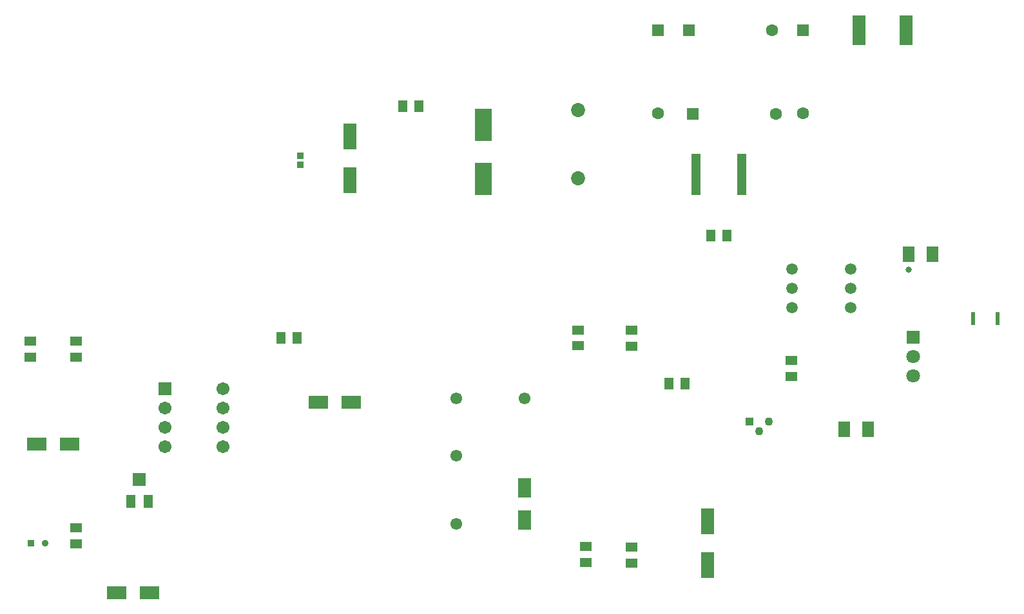
<source format=gts>
G04*
G04 #@! TF.GenerationSoftware,Altium Limited,Altium Designer,21.2.2 (38)*
G04*
G04 Layer_Color=8388736*
%FSLAX25Y25*%
%MOIN*%
G70*
G04*
G04 #@! TF.SameCoordinates,8B9A036C-55B3-4DDA-9E79-EC33CF3C9B41*
G04*
G04*
G04 #@! TF.FilePolarity,Negative*
G04*
G01*
G75*
%ADD20R,0.06299X0.06299*%
%ADD26R,0.03379X0.03175*%
%ADD28R,0.05938X0.04750*%
%ADD29R,0.07087X0.15748*%
%ADD30R,0.04750X0.05938*%
%ADD31R,0.02190X0.07111*%
%ADD32R,0.04540X0.21666*%
%ADD33R,0.07099X0.07099*%
%ADD34R,0.05131X0.07099*%
%ADD35R,0.07099X0.13202*%
%ADD36R,0.07099X0.10052*%
%ADD37R,0.08674X0.16548*%
%ADD38R,0.10052X0.07099*%
%ADD39R,0.05918X0.07887*%
%ADD40C,0.06115*%
%ADD41R,0.06706X0.06706*%
%ADD42C,0.06706*%
%ADD43C,0.04331*%
%ADD44R,0.04331X0.04331*%
%ADD45R,0.07099X0.07099*%
%ADD46C,0.07099*%
%ADD47C,0.05950*%
%ADD48R,0.03543X0.03543*%
%ADD49C,0.03543*%
%ADD50C,0.06299*%
%ADD51R,0.06299X0.06299*%
%ADD52C,0.07296*%
%ADD53C,0.03162*%
D20*
X440945Y361961D02*
D03*
X366142D02*
D03*
D26*
X181102Y292316D02*
D03*
Y297244D02*
D03*
D28*
X435039Y182871D02*
D03*
Y191145D02*
D03*
X352362Y86214D02*
D03*
Y94488D02*
D03*
Y198419D02*
D03*
Y206693D02*
D03*
X328740Y86414D02*
D03*
Y94688D02*
D03*
X324803Y198619D02*
D03*
Y206893D02*
D03*
X64961Y104331D02*
D03*
Y96056D02*
D03*
Y200988D02*
D03*
Y192713D02*
D03*
X41339Y200988D02*
D03*
Y192713D02*
D03*
D29*
X494488Y362205D02*
D03*
X470079D02*
D03*
D30*
X393501Y255906D02*
D03*
X401775D02*
D03*
X371847Y179134D02*
D03*
X380121D02*
D03*
X234052Y322835D02*
D03*
X242326D02*
D03*
X179334Y202756D02*
D03*
X171060D02*
D03*
D31*
X529035Y212599D02*
D03*
X541831D02*
D03*
D32*
X385728Y287402D02*
D03*
X409547D02*
D03*
D33*
X97835Y129528D02*
D03*
D34*
X102362Y118110D02*
D03*
X93307D02*
D03*
D35*
X206693Y307087D02*
D03*
Y284252D02*
D03*
X391732Y85040D02*
D03*
Y107874D02*
D03*
D36*
X297244Y108268D02*
D03*
Y125197D02*
D03*
D37*
X275591Y313189D02*
D03*
Y285236D02*
D03*
D38*
X86024Y70866D02*
D03*
X102953D02*
D03*
X61614Y147638D02*
D03*
X44685D02*
D03*
X207283Y169291D02*
D03*
X190354D02*
D03*
D39*
X474606Y155512D02*
D03*
X462402D02*
D03*
X508071Y246063D02*
D03*
X495866D02*
D03*
D40*
X261811Y171260D02*
D03*
X297244D02*
D03*
X261811Y141732D02*
D03*
Y106299D02*
D03*
D41*
X110984Y176417D02*
D03*
D42*
Y166417D02*
D03*
Y156417D02*
D03*
Y146417D02*
D03*
X140984Y176417D02*
D03*
Y166417D02*
D03*
Y156417D02*
D03*
Y146417D02*
D03*
D43*
X418386Y154449D02*
D03*
X423386Y159449D02*
D03*
D44*
X413386D02*
D03*
D45*
X498032Y202914D02*
D03*
D46*
Y192914D02*
D03*
Y182914D02*
D03*
D47*
X435287Y238347D02*
D03*
Y228347D02*
D03*
Y218347D02*
D03*
X465787D02*
D03*
Y228347D02*
D03*
Y238347D02*
D03*
D48*
X41732Y96457D02*
D03*
D49*
X49213D02*
D03*
D50*
X440945Y319142D02*
D03*
X426921Y318898D02*
D03*
X424953Y362205D02*
D03*
X366142Y319142D02*
D03*
D51*
X384102Y318898D02*
D03*
X382134Y362205D02*
D03*
D52*
X324803Y320866D02*
D03*
Y285433D02*
D03*
D53*
X495866Y238138D02*
D03*
M02*

</source>
